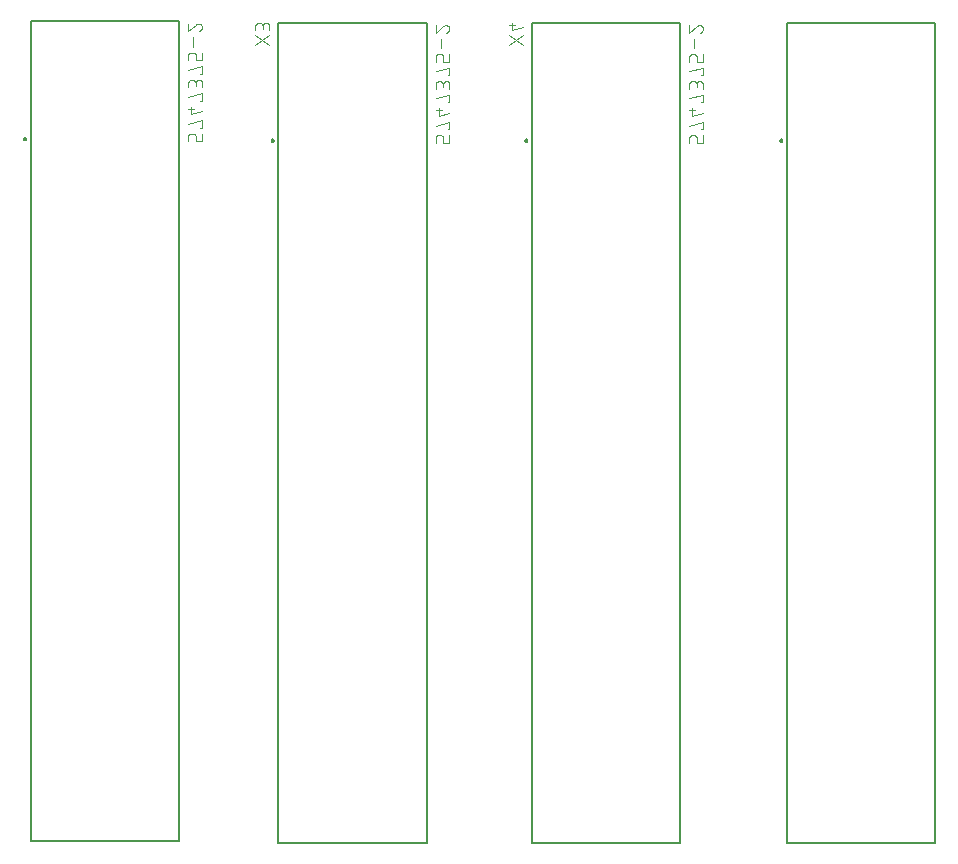
<source format=gbr>
G04 EAGLE Gerber RS-274X export*
G75*
%MOMM*%
%FSLAX34Y34*%
%LPD*%
%INSilkscreen Bottom*%
%IPPOS*%
%AMOC8*
5,1,8,0,0,1.08239X$1,22.5*%
G01*
%ADD10C,0.127000*%
%ADD11C,0.200000*%
%ADD12C,0.101600*%


D10*
X495820Y725460D02*
X370320Y725460D01*
X370320Y31460D01*
X495820Y31460D01*
X495820Y725460D01*
D11*
X364570Y625960D02*
X364572Y626023D01*
X364578Y626085D01*
X364588Y626147D01*
X364601Y626209D01*
X364619Y626269D01*
X364640Y626328D01*
X364665Y626386D01*
X364694Y626442D01*
X364726Y626496D01*
X364761Y626548D01*
X364799Y626597D01*
X364841Y626645D01*
X364885Y626689D01*
X364933Y626731D01*
X364982Y626769D01*
X365034Y626804D01*
X365088Y626836D01*
X365144Y626865D01*
X365202Y626890D01*
X365261Y626911D01*
X365321Y626929D01*
X365383Y626942D01*
X365445Y626952D01*
X365507Y626958D01*
X365570Y626960D01*
X365633Y626958D01*
X365695Y626952D01*
X365757Y626942D01*
X365819Y626929D01*
X365879Y626911D01*
X365938Y626890D01*
X365996Y626865D01*
X366052Y626836D01*
X366106Y626804D01*
X366158Y626769D01*
X366207Y626731D01*
X366255Y626689D01*
X366299Y626645D01*
X366341Y626597D01*
X366379Y626548D01*
X366414Y626496D01*
X366446Y626442D01*
X366475Y626386D01*
X366500Y626328D01*
X366521Y626269D01*
X366539Y626209D01*
X366552Y626147D01*
X366562Y626085D01*
X366568Y626023D01*
X366570Y625960D01*
X366568Y625897D01*
X366562Y625835D01*
X366552Y625773D01*
X366539Y625711D01*
X366521Y625651D01*
X366500Y625592D01*
X366475Y625534D01*
X366446Y625478D01*
X366414Y625424D01*
X366379Y625372D01*
X366341Y625323D01*
X366299Y625275D01*
X366255Y625231D01*
X366207Y625189D01*
X366158Y625151D01*
X366106Y625116D01*
X366052Y625084D01*
X365996Y625055D01*
X365938Y625030D01*
X365879Y625009D01*
X365819Y624991D01*
X365757Y624978D01*
X365695Y624968D01*
X365633Y624962D01*
X365570Y624960D01*
X365507Y624962D01*
X365445Y624968D01*
X365383Y624978D01*
X365321Y624991D01*
X365261Y625009D01*
X365202Y625030D01*
X365144Y625055D01*
X365088Y625084D01*
X365034Y625116D01*
X364982Y625151D01*
X364933Y625189D01*
X364885Y625231D01*
X364841Y625275D01*
X364799Y625323D01*
X364761Y625372D01*
X364726Y625424D01*
X364694Y625478D01*
X364665Y625534D01*
X364640Y625592D01*
X364619Y625651D01*
X364601Y625711D01*
X364588Y625773D01*
X364578Y625835D01*
X364572Y625897D01*
X364570Y625960D01*
D12*
X350825Y707093D02*
X362517Y714888D01*
X362517Y707093D02*
X350825Y714888D01*
X350825Y719180D02*
X350825Y722428D01*
X350824Y722428D02*
X350826Y722540D01*
X350832Y722652D01*
X350841Y722764D01*
X350855Y722875D01*
X350872Y722986D01*
X350893Y723096D01*
X350918Y723205D01*
X350947Y723314D01*
X350980Y723421D01*
X351016Y723527D01*
X351055Y723632D01*
X351099Y723735D01*
X351146Y723837D01*
X351196Y723937D01*
X351250Y724036D01*
X351307Y724132D01*
X351367Y724227D01*
X351431Y724319D01*
X351498Y724409D01*
X351568Y724497D01*
X351641Y724582D01*
X351717Y724664D01*
X351795Y724744D01*
X351877Y724822D01*
X351960Y724896D01*
X352047Y724967D01*
X352136Y725036D01*
X352227Y725101D01*
X352320Y725163D01*
X352416Y725222D01*
X352513Y725277D01*
X352612Y725330D01*
X352713Y725378D01*
X352816Y725423D01*
X352920Y725465D01*
X353026Y725503D01*
X353133Y725537D01*
X353240Y725568D01*
X353349Y725595D01*
X353459Y725618D01*
X353569Y725637D01*
X353680Y725652D01*
X353792Y725664D01*
X353904Y725672D01*
X354016Y725676D01*
X354128Y725676D01*
X354240Y725672D01*
X354352Y725664D01*
X354464Y725652D01*
X354575Y725637D01*
X354685Y725618D01*
X354795Y725595D01*
X354904Y725568D01*
X355011Y725537D01*
X355118Y725503D01*
X355224Y725465D01*
X355328Y725423D01*
X355431Y725378D01*
X355532Y725330D01*
X355631Y725277D01*
X355728Y725222D01*
X355824Y725163D01*
X355917Y725101D01*
X356008Y725036D01*
X356097Y724967D01*
X356184Y724896D01*
X356267Y724822D01*
X356349Y724744D01*
X356427Y724664D01*
X356503Y724582D01*
X356576Y724497D01*
X356646Y724409D01*
X356713Y724319D01*
X356777Y724227D01*
X356837Y724132D01*
X356894Y724036D01*
X356948Y723937D01*
X356998Y723837D01*
X357045Y723735D01*
X357089Y723632D01*
X357128Y723527D01*
X357164Y723421D01*
X357197Y723314D01*
X357226Y723205D01*
X357251Y723096D01*
X357272Y722986D01*
X357289Y722875D01*
X357303Y722764D01*
X357312Y722652D01*
X357318Y722540D01*
X357320Y722428D01*
X362517Y723078D02*
X362517Y719180D01*
X362517Y723078D02*
X362515Y723179D01*
X362509Y723279D01*
X362499Y723380D01*
X362486Y723479D01*
X362468Y723579D01*
X362447Y723677D01*
X362422Y723775D01*
X362393Y723871D01*
X362360Y723967D01*
X362324Y724061D01*
X362284Y724153D01*
X362241Y724244D01*
X362194Y724333D01*
X362143Y724420D01*
X362090Y724506D01*
X362033Y724589D01*
X361972Y724670D01*
X361909Y724748D01*
X361843Y724824D01*
X361774Y724897D01*
X361702Y724968D01*
X361627Y725035D01*
X361550Y725100D01*
X361470Y725162D01*
X361388Y725221D01*
X361304Y725276D01*
X361218Y725328D01*
X361130Y725377D01*
X361040Y725422D01*
X360948Y725464D01*
X360855Y725502D01*
X360760Y725536D01*
X360664Y725567D01*
X360567Y725594D01*
X360469Y725617D01*
X360370Y725637D01*
X360271Y725652D01*
X360171Y725664D01*
X360070Y725672D01*
X359969Y725676D01*
X359869Y725676D01*
X359768Y725672D01*
X359667Y725664D01*
X359567Y725652D01*
X359468Y725637D01*
X359369Y725617D01*
X359271Y725594D01*
X359174Y725567D01*
X359078Y725536D01*
X358983Y725502D01*
X358890Y725464D01*
X358798Y725422D01*
X358708Y725377D01*
X358620Y725328D01*
X358534Y725276D01*
X358450Y725221D01*
X358368Y725162D01*
X358288Y725100D01*
X358211Y725035D01*
X358136Y724968D01*
X358064Y724897D01*
X357995Y724824D01*
X357929Y724748D01*
X357866Y724670D01*
X357805Y724589D01*
X357748Y724506D01*
X357695Y724420D01*
X357644Y724333D01*
X357597Y724244D01*
X357554Y724153D01*
X357514Y724061D01*
X357478Y723967D01*
X357445Y723871D01*
X357416Y723775D01*
X357391Y723677D01*
X357370Y723579D01*
X357352Y723479D01*
X357339Y723380D01*
X357329Y723279D01*
X357323Y723179D01*
X357321Y723078D01*
X357320Y723078D02*
X357320Y720479D01*
X503508Y627856D02*
X503508Y623953D01*
X503508Y627856D02*
X503510Y627956D01*
X503516Y628055D01*
X503525Y628154D01*
X503538Y628253D01*
X503556Y628351D01*
X503576Y628449D01*
X503601Y628545D01*
X503629Y628641D01*
X503661Y628736D01*
X503697Y628829D01*
X503736Y628920D01*
X503778Y629011D01*
X503824Y629099D01*
X503873Y629186D01*
X503926Y629270D01*
X503982Y629353D01*
X504041Y629433D01*
X504103Y629512D01*
X504167Y629587D01*
X504235Y629660D01*
X504306Y629731D01*
X504379Y629799D01*
X504454Y629863D01*
X504533Y629925D01*
X504613Y629984D01*
X504696Y630040D01*
X504780Y630093D01*
X504867Y630142D01*
X504955Y630188D01*
X505046Y630230D01*
X505137Y630269D01*
X505230Y630305D01*
X505325Y630337D01*
X505421Y630365D01*
X505517Y630390D01*
X505615Y630410D01*
X505713Y630428D01*
X505812Y630441D01*
X505911Y630450D01*
X506010Y630456D01*
X506110Y630458D01*
X506110Y630457D02*
X507410Y630457D01*
X507410Y630458D02*
X507510Y630456D01*
X507609Y630450D01*
X507708Y630441D01*
X507807Y630428D01*
X507905Y630410D01*
X508003Y630390D01*
X508099Y630365D01*
X508195Y630337D01*
X508290Y630305D01*
X508383Y630269D01*
X508474Y630230D01*
X508565Y630188D01*
X508653Y630142D01*
X508740Y630093D01*
X508824Y630040D01*
X508907Y629984D01*
X508987Y629925D01*
X509066Y629863D01*
X509141Y629799D01*
X509214Y629731D01*
X509285Y629660D01*
X509353Y629587D01*
X509417Y629512D01*
X509479Y629433D01*
X509538Y629353D01*
X509594Y629270D01*
X509647Y629186D01*
X509696Y629099D01*
X509742Y629011D01*
X509784Y628920D01*
X509823Y628829D01*
X509859Y628736D01*
X509891Y628641D01*
X509919Y628545D01*
X509944Y628449D01*
X509964Y628351D01*
X509982Y628253D01*
X509995Y628154D01*
X510004Y628055D01*
X510010Y627956D01*
X510012Y627856D01*
X510012Y623953D01*
X515215Y623953D01*
X515215Y630457D01*
X515215Y635404D02*
X513915Y635404D01*
X515215Y635404D02*
X515215Y641909D01*
X503508Y638657D01*
X506110Y646856D02*
X515215Y649457D01*
X506110Y646856D02*
X506110Y653360D01*
X508711Y651409D02*
X503508Y651409D01*
X513915Y658307D02*
X515215Y658307D01*
X515215Y664811D01*
X503508Y661559D01*
X503508Y669758D02*
X503508Y673010D01*
X503510Y673122D01*
X503516Y673234D01*
X503525Y673346D01*
X503539Y673458D01*
X503556Y673569D01*
X503578Y673679D01*
X503602Y673788D01*
X503631Y673897D01*
X503664Y674004D01*
X503700Y674111D01*
X503740Y674215D01*
X503783Y674319D01*
X503830Y674421D01*
X503880Y674521D01*
X503934Y674620D01*
X503992Y674716D01*
X504052Y674811D01*
X504116Y674903D01*
X504183Y674993D01*
X504253Y675081D01*
X504326Y675166D01*
X504402Y675249D01*
X504480Y675329D01*
X504562Y675407D01*
X504646Y675481D01*
X504732Y675553D01*
X504821Y675621D01*
X504913Y675686D01*
X505006Y675749D01*
X505102Y675807D01*
X505199Y675863D01*
X505299Y675915D01*
X505400Y675964D01*
X505503Y676009D01*
X505607Y676051D01*
X505712Y676089D01*
X505819Y676123D01*
X505927Y676154D01*
X506036Y676180D01*
X506146Y676204D01*
X506257Y676223D01*
X506368Y676238D01*
X506480Y676250D01*
X506592Y676258D01*
X506704Y676262D01*
X506816Y676262D01*
X506928Y676258D01*
X507040Y676250D01*
X507152Y676238D01*
X507263Y676223D01*
X507374Y676204D01*
X507484Y676180D01*
X507593Y676154D01*
X507701Y676123D01*
X507808Y676089D01*
X507913Y676051D01*
X508017Y676009D01*
X508120Y675964D01*
X508221Y675915D01*
X508321Y675863D01*
X508418Y675807D01*
X508514Y675749D01*
X508607Y675686D01*
X508699Y675621D01*
X508788Y675553D01*
X508874Y675481D01*
X508958Y675407D01*
X509040Y675329D01*
X509118Y675249D01*
X509194Y675166D01*
X509267Y675081D01*
X509337Y674993D01*
X509404Y674903D01*
X509468Y674811D01*
X509528Y674716D01*
X509586Y674620D01*
X509640Y674521D01*
X509690Y674421D01*
X509737Y674319D01*
X509780Y674215D01*
X509820Y674111D01*
X509856Y674004D01*
X509889Y673897D01*
X509918Y673788D01*
X509942Y673679D01*
X509964Y673569D01*
X509981Y673458D01*
X509995Y673346D01*
X510004Y673234D01*
X510010Y673122D01*
X510012Y673010D01*
X515215Y673661D02*
X515215Y669758D01*
X515216Y673661D02*
X515214Y673762D01*
X515208Y673863D01*
X515198Y673963D01*
X515185Y674063D01*
X515167Y674162D01*
X515146Y674261D01*
X515121Y674359D01*
X515092Y674455D01*
X515059Y674551D01*
X515023Y674645D01*
X514983Y674738D01*
X514939Y674829D01*
X514892Y674918D01*
X514842Y675005D01*
X514788Y675091D01*
X514731Y675174D01*
X514671Y675255D01*
X514607Y675334D01*
X514541Y675410D01*
X514472Y675483D01*
X514400Y675554D01*
X514325Y675621D01*
X514248Y675686D01*
X514168Y675748D01*
X514086Y675807D01*
X514001Y675862D01*
X513915Y675914D01*
X513827Y675963D01*
X513736Y676008D01*
X513645Y676050D01*
X513551Y676088D01*
X513456Y676123D01*
X513360Y676154D01*
X513263Y676181D01*
X513165Y676204D01*
X513066Y676223D01*
X512966Y676239D01*
X512866Y676251D01*
X512765Y676259D01*
X512664Y676263D01*
X512564Y676263D01*
X512463Y676259D01*
X512362Y676251D01*
X512262Y676239D01*
X512162Y676223D01*
X512063Y676204D01*
X511965Y676181D01*
X511868Y676154D01*
X511772Y676123D01*
X511677Y676088D01*
X511583Y676050D01*
X511492Y676008D01*
X511401Y675963D01*
X511313Y675914D01*
X511227Y675862D01*
X511142Y675807D01*
X511060Y675748D01*
X510980Y675686D01*
X510903Y675621D01*
X510828Y675554D01*
X510756Y675483D01*
X510687Y675410D01*
X510621Y675334D01*
X510557Y675255D01*
X510497Y675174D01*
X510440Y675091D01*
X510386Y675005D01*
X510336Y674918D01*
X510289Y674829D01*
X510245Y674738D01*
X510205Y674645D01*
X510169Y674551D01*
X510136Y674455D01*
X510107Y674359D01*
X510082Y674261D01*
X510061Y674162D01*
X510043Y674063D01*
X510030Y673963D01*
X510020Y673863D01*
X510014Y673762D01*
X510012Y673661D01*
X510012Y671059D01*
X513915Y681209D02*
X515215Y681209D01*
X515215Y687714D01*
X503508Y684461D01*
X503508Y692661D02*
X503508Y696563D01*
X503510Y696663D01*
X503516Y696762D01*
X503525Y696861D01*
X503538Y696960D01*
X503556Y697058D01*
X503576Y697156D01*
X503601Y697252D01*
X503629Y697348D01*
X503661Y697443D01*
X503697Y697536D01*
X503736Y697627D01*
X503778Y697718D01*
X503824Y697806D01*
X503873Y697893D01*
X503926Y697977D01*
X503982Y698060D01*
X504041Y698140D01*
X504103Y698219D01*
X504167Y698294D01*
X504235Y698367D01*
X504306Y698438D01*
X504379Y698506D01*
X504454Y698570D01*
X504533Y698632D01*
X504613Y698691D01*
X504696Y698747D01*
X504780Y698800D01*
X504867Y698849D01*
X504955Y698895D01*
X505046Y698937D01*
X505137Y698976D01*
X505230Y699012D01*
X505325Y699044D01*
X505421Y699072D01*
X505517Y699097D01*
X505615Y699117D01*
X505713Y699135D01*
X505812Y699148D01*
X505911Y699157D01*
X506010Y699163D01*
X506110Y699165D01*
X507410Y699165D01*
X507510Y699163D01*
X507609Y699157D01*
X507708Y699148D01*
X507807Y699135D01*
X507905Y699117D01*
X508003Y699097D01*
X508099Y699072D01*
X508195Y699044D01*
X508290Y699012D01*
X508383Y698976D01*
X508474Y698937D01*
X508565Y698895D01*
X508653Y698849D01*
X508740Y698800D01*
X508824Y698747D01*
X508907Y698691D01*
X508987Y698632D01*
X509066Y698570D01*
X509141Y698506D01*
X509214Y698438D01*
X509285Y698367D01*
X509353Y698294D01*
X509417Y698219D01*
X509479Y698140D01*
X509538Y698060D01*
X509594Y697977D01*
X509647Y697893D01*
X509696Y697806D01*
X509742Y697718D01*
X509784Y697627D01*
X509823Y697536D01*
X509859Y697443D01*
X509891Y697348D01*
X509919Y697252D01*
X509944Y697156D01*
X509964Y697058D01*
X509982Y696960D01*
X509995Y696861D01*
X510004Y696762D01*
X510010Y696663D01*
X510012Y696563D01*
X510012Y692661D01*
X515215Y692661D01*
X515215Y699165D01*
X508061Y704225D02*
X508061Y712030D01*
X515216Y720667D02*
X515214Y720774D01*
X515208Y720881D01*
X515198Y720987D01*
X515185Y721093D01*
X515167Y721199D01*
X515146Y721303D01*
X515121Y721407D01*
X515092Y721510D01*
X515059Y721612D01*
X515023Y721713D01*
X514983Y721812D01*
X514939Y721909D01*
X514892Y722005D01*
X514841Y722100D01*
X514787Y722192D01*
X514730Y722282D01*
X514669Y722370D01*
X514606Y722456D01*
X514539Y722539D01*
X514469Y722620D01*
X514396Y722699D01*
X514321Y722774D01*
X514242Y722847D01*
X514161Y722917D01*
X514078Y722984D01*
X513992Y723047D01*
X513904Y723108D01*
X513814Y723165D01*
X513722Y723219D01*
X513627Y723270D01*
X513531Y723317D01*
X513434Y723361D01*
X513335Y723401D01*
X513234Y723437D01*
X513132Y723470D01*
X513029Y723499D01*
X512925Y723524D01*
X512821Y723545D01*
X512715Y723563D01*
X512609Y723576D01*
X512503Y723586D01*
X512396Y723592D01*
X512289Y723594D01*
X515215Y720667D02*
X515213Y720546D01*
X515207Y720425D01*
X515197Y720304D01*
X515184Y720183D01*
X515166Y720063D01*
X515145Y719944D01*
X515120Y719825D01*
X515091Y719708D01*
X515058Y719591D01*
X515021Y719475D01*
X514981Y719361D01*
X514937Y719248D01*
X514889Y719137D01*
X514838Y719027D01*
X514784Y718918D01*
X514726Y718812D01*
X514664Y718708D01*
X514599Y718605D01*
X514531Y718505D01*
X514460Y718407D01*
X514385Y718311D01*
X514308Y718218D01*
X514227Y718127D01*
X514144Y718039D01*
X514058Y717954D01*
X513969Y717871D01*
X513878Y717792D01*
X513784Y717715D01*
X513687Y717641D01*
X513589Y717571D01*
X513488Y717504D01*
X513385Y717440D01*
X513280Y717379D01*
X513173Y717322D01*
X513064Y717269D01*
X512954Y717219D01*
X512842Y717172D01*
X512728Y717129D01*
X512613Y717090D01*
X510012Y722618D02*
X510090Y722697D01*
X510170Y722773D01*
X510254Y722846D01*
X510339Y722916D01*
X510427Y722983D01*
X510518Y723047D01*
X510610Y723108D01*
X510705Y723166D01*
X510801Y723220D01*
X510900Y723270D01*
X511000Y723318D01*
X511102Y723361D01*
X511205Y723401D01*
X511309Y723437D01*
X511415Y723470D01*
X511522Y723499D01*
X511630Y723524D01*
X511738Y723545D01*
X511848Y723563D01*
X511958Y723576D01*
X512068Y723586D01*
X512178Y723592D01*
X512289Y723594D01*
X510012Y722618D02*
X503508Y717090D01*
X503508Y723594D01*
D10*
X584950Y725460D02*
X710450Y725460D01*
X584950Y725460D02*
X584950Y31460D01*
X710450Y31460D01*
X710450Y725460D01*
D11*
X579200Y625960D02*
X579202Y626023D01*
X579208Y626085D01*
X579218Y626147D01*
X579231Y626209D01*
X579249Y626269D01*
X579270Y626328D01*
X579295Y626386D01*
X579324Y626442D01*
X579356Y626496D01*
X579391Y626548D01*
X579429Y626597D01*
X579471Y626645D01*
X579515Y626689D01*
X579563Y626731D01*
X579612Y626769D01*
X579664Y626804D01*
X579718Y626836D01*
X579774Y626865D01*
X579832Y626890D01*
X579891Y626911D01*
X579951Y626929D01*
X580013Y626942D01*
X580075Y626952D01*
X580137Y626958D01*
X580200Y626960D01*
X580263Y626958D01*
X580325Y626952D01*
X580387Y626942D01*
X580449Y626929D01*
X580509Y626911D01*
X580568Y626890D01*
X580626Y626865D01*
X580682Y626836D01*
X580736Y626804D01*
X580788Y626769D01*
X580837Y626731D01*
X580885Y626689D01*
X580929Y626645D01*
X580971Y626597D01*
X581009Y626548D01*
X581044Y626496D01*
X581076Y626442D01*
X581105Y626386D01*
X581130Y626328D01*
X581151Y626269D01*
X581169Y626209D01*
X581182Y626147D01*
X581192Y626085D01*
X581198Y626023D01*
X581200Y625960D01*
X581198Y625897D01*
X581192Y625835D01*
X581182Y625773D01*
X581169Y625711D01*
X581151Y625651D01*
X581130Y625592D01*
X581105Y625534D01*
X581076Y625478D01*
X581044Y625424D01*
X581009Y625372D01*
X580971Y625323D01*
X580929Y625275D01*
X580885Y625231D01*
X580837Y625189D01*
X580788Y625151D01*
X580736Y625116D01*
X580682Y625084D01*
X580626Y625055D01*
X580568Y625030D01*
X580509Y625009D01*
X580449Y624991D01*
X580387Y624978D01*
X580325Y624968D01*
X580263Y624962D01*
X580200Y624960D01*
X580137Y624962D01*
X580075Y624968D01*
X580013Y624978D01*
X579951Y624991D01*
X579891Y625009D01*
X579832Y625030D01*
X579774Y625055D01*
X579718Y625084D01*
X579664Y625116D01*
X579612Y625151D01*
X579563Y625189D01*
X579515Y625231D01*
X579471Y625275D01*
X579429Y625323D01*
X579391Y625372D01*
X579356Y625424D01*
X579324Y625478D01*
X579295Y625534D01*
X579270Y625592D01*
X579249Y625651D01*
X579231Y625711D01*
X579218Y625773D01*
X579208Y625835D01*
X579202Y625897D01*
X579200Y625960D01*
D12*
X565455Y707093D02*
X577147Y714888D01*
X577147Y707093D02*
X565455Y714888D01*
X568053Y719180D02*
X577147Y721779D01*
X568053Y719180D02*
X568053Y725676D01*
X570651Y723727D02*
X565455Y723727D01*
X718138Y627856D02*
X718138Y623953D01*
X718138Y627856D02*
X718140Y627956D01*
X718146Y628055D01*
X718155Y628154D01*
X718168Y628253D01*
X718186Y628351D01*
X718206Y628449D01*
X718231Y628545D01*
X718259Y628641D01*
X718291Y628736D01*
X718327Y628829D01*
X718366Y628920D01*
X718408Y629011D01*
X718454Y629099D01*
X718503Y629186D01*
X718556Y629270D01*
X718612Y629353D01*
X718671Y629433D01*
X718733Y629512D01*
X718797Y629587D01*
X718865Y629660D01*
X718936Y629731D01*
X719009Y629799D01*
X719084Y629863D01*
X719163Y629925D01*
X719243Y629984D01*
X719326Y630040D01*
X719410Y630093D01*
X719497Y630142D01*
X719585Y630188D01*
X719676Y630230D01*
X719767Y630269D01*
X719860Y630305D01*
X719955Y630337D01*
X720051Y630365D01*
X720147Y630390D01*
X720245Y630410D01*
X720343Y630428D01*
X720442Y630441D01*
X720541Y630450D01*
X720640Y630456D01*
X720740Y630458D01*
X720740Y630457D02*
X722040Y630457D01*
X722040Y630458D02*
X722140Y630456D01*
X722239Y630450D01*
X722338Y630441D01*
X722437Y630428D01*
X722535Y630410D01*
X722633Y630390D01*
X722729Y630365D01*
X722825Y630337D01*
X722920Y630305D01*
X723013Y630269D01*
X723104Y630230D01*
X723195Y630188D01*
X723283Y630142D01*
X723370Y630093D01*
X723454Y630040D01*
X723537Y629984D01*
X723617Y629925D01*
X723696Y629863D01*
X723771Y629799D01*
X723844Y629731D01*
X723915Y629660D01*
X723983Y629587D01*
X724047Y629512D01*
X724109Y629433D01*
X724168Y629353D01*
X724224Y629270D01*
X724277Y629186D01*
X724326Y629099D01*
X724372Y629011D01*
X724414Y628920D01*
X724453Y628829D01*
X724489Y628736D01*
X724521Y628641D01*
X724549Y628545D01*
X724574Y628449D01*
X724594Y628351D01*
X724612Y628253D01*
X724625Y628154D01*
X724634Y628055D01*
X724640Y627956D01*
X724642Y627856D01*
X724642Y623953D01*
X729845Y623953D01*
X729845Y630457D01*
X729845Y635404D02*
X728545Y635404D01*
X729845Y635404D02*
X729845Y641909D01*
X718138Y638657D01*
X720740Y646856D02*
X729845Y649457D01*
X720740Y646856D02*
X720740Y653360D01*
X723341Y651409D02*
X718138Y651409D01*
X728545Y658307D02*
X729845Y658307D01*
X729845Y664811D01*
X718138Y661559D01*
X718138Y669758D02*
X718138Y673010D01*
X718140Y673122D01*
X718146Y673234D01*
X718155Y673346D01*
X718169Y673458D01*
X718186Y673569D01*
X718208Y673679D01*
X718232Y673788D01*
X718261Y673897D01*
X718294Y674004D01*
X718330Y674111D01*
X718370Y674215D01*
X718413Y674319D01*
X718460Y674421D01*
X718510Y674521D01*
X718564Y674620D01*
X718622Y674716D01*
X718682Y674811D01*
X718746Y674903D01*
X718813Y674993D01*
X718883Y675081D01*
X718956Y675166D01*
X719032Y675249D01*
X719110Y675329D01*
X719192Y675407D01*
X719276Y675481D01*
X719362Y675553D01*
X719451Y675621D01*
X719543Y675686D01*
X719636Y675749D01*
X719732Y675807D01*
X719829Y675863D01*
X719929Y675915D01*
X720030Y675964D01*
X720133Y676009D01*
X720237Y676051D01*
X720342Y676089D01*
X720449Y676123D01*
X720557Y676154D01*
X720666Y676180D01*
X720776Y676204D01*
X720887Y676223D01*
X720998Y676238D01*
X721110Y676250D01*
X721222Y676258D01*
X721334Y676262D01*
X721446Y676262D01*
X721558Y676258D01*
X721670Y676250D01*
X721782Y676238D01*
X721893Y676223D01*
X722004Y676204D01*
X722114Y676180D01*
X722223Y676154D01*
X722331Y676123D01*
X722438Y676089D01*
X722543Y676051D01*
X722647Y676009D01*
X722750Y675964D01*
X722851Y675915D01*
X722951Y675863D01*
X723048Y675807D01*
X723144Y675749D01*
X723237Y675686D01*
X723329Y675621D01*
X723418Y675553D01*
X723504Y675481D01*
X723588Y675407D01*
X723670Y675329D01*
X723748Y675249D01*
X723824Y675166D01*
X723897Y675081D01*
X723967Y674993D01*
X724034Y674903D01*
X724098Y674811D01*
X724158Y674716D01*
X724216Y674620D01*
X724270Y674521D01*
X724320Y674421D01*
X724367Y674319D01*
X724410Y674215D01*
X724450Y674111D01*
X724486Y674004D01*
X724519Y673897D01*
X724548Y673788D01*
X724572Y673679D01*
X724594Y673569D01*
X724611Y673458D01*
X724625Y673346D01*
X724634Y673234D01*
X724640Y673122D01*
X724642Y673010D01*
X729845Y673661D02*
X729845Y669758D01*
X729846Y673661D02*
X729844Y673762D01*
X729838Y673863D01*
X729828Y673963D01*
X729815Y674063D01*
X729797Y674162D01*
X729776Y674261D01*
X729751Y674359D01*
X729722Y674455D01*
X729689Y674551D01*
X729653Y674645D01*
X729613Y674738D01*
X729569Y674829D01*
X729522Y674918D01*
X729472Y675005D01*
X729418Y675091D01*
X729361Y675174D01*
X729301Y675255D01*
X729237Y675334D01*
X729171Y675410D01*
X729102Y675483D01*
X729030Y675554D01*
X728955Y675621D01*
X728878Y675686D01*
X728798Y675748D01*
X728716Y675807D01*
X728631Y675862D01*
X728545Y675914D01*
X728457Y675963D01*
X728366Y676008D01*
X728275Y676050D01*
X728181Y676088D01*
X728086Y676123D01*
X727990Y676154D01*
X727893Y676181D01*
X727795Y676204D01*
X727696Y676223D01*
X727596Y676239D01*
X727496Y676251D01*
X727395Y676259D01*
X727294Y676263D01*
X727194Y676263D01*
X727093Y676259D01*
X726992Y676251D01*
X726892Y676239D01*
X726792Y676223D01*
X726693Y676204D01*
X726595Y676181D01*
X726498Y676154D01*
X726402Y676123D01*
X726307Y676088D01*
X726213Y676050D01*
X726122Y676008D01*
X726031Y675963D01*
X725943Y675914D01*
X725857Y675862D01*
X725772Y675807D01*
X725690Y675748D01*
X725610Y675686D01*
X725533Y675621D01*
X725458Y675554D01*
X725386Y675483D01*
X725317Y675410D01*
X725251Y675334D01*
X725187Y675255D01*
X725127Y675174D01*
X725070Y675091D01*
X725016Y675005D01*
X724966Y674918D01*
X724919Y674829D01*
X724875Y674738D01*
X724835Y674645D01*
X724799Y674551D01*
X724766Y674455D01*
X724737Y674359D01*
X724712Y674261D01*
X724691Y674162D01*
X724673Y674063D01*
X724660Y673963D01*
X724650Y673863D01*
X724644Y673762D01*
X724642Y673661D01*
X724642Y671059D01*
X728545Y681209D02*
X729845Y681209D01*
X729845Y687714D01*
X718138Y684461D01*
X718138Y692661D02*
X718138Y696563D01*
X718140Y696663D01*
X718146Y696762D01*
X718155Y696861D01*
X718168Y696960D01*
X718186Y697058D01*
X718206Y697156D01*
X718231Y697252D01*
X718259Y697348D01*
X718291Y697443D01*
X718327Y697536D01*
X718366Y697627D01*
X718408Y697718D01*
X718454Y697806D01*
X718503Y697893D01*
X718556Y697977D01*
X718612Y698060D01*
X718671Y698140D01*
X718733Y698219D01*
X718797Y698294D01*
X718865Y698367D01*
X718936Y698438D01*
X719009Y698506D01*
X719084Y698570D01*
X719163Y698632D01*
X719243Y698691D01*
X719326Y698747D01*
X719410Y698800D01*
X719497Y698849D01*
X719585Y698895D01*
X719676Y698937D01*
X719767Y698976D01*
X719860Y699012D01*
X719955Y699044D01*
X720051Y699072D01*
X720147Y699097D01*
X720245Y699117D01*
X720343Y699135D01*
X720442Y699148D01*
X720541Y699157D01*
X720640Y699163D01*
X720740Y699165D01*
X722040Y699165D01*
X722140Y699163D01*
X722239Y699157D01*
X722338Y699148D01*
X722437Y699135D01*
X722535Y699117D01*
X722633Y699097D01*
X722729Y699072D01*
X722825Y699044D01*
X722920Y699012D01*
X723013Y698976D01*
X723104Y698937D01*
X723195Y698895D01*
X723283Y698849D01*
X723370Y698800D01*
X723454Y698747D01*
X723537Y698691D01*
X723617Y698632D01*
X723696Y698570D01*
X723771Y698506D01*
X723844Y698438D01*
X723915Y698367D01*
X723983Y698294D01*
X724047Y698219D01*
X724109Y698140D01*
X724168Y698060D01*
X724224Y697977D01*
X724277Y697893D01*
X724326Y697806D01*
X724372Y697718D01*
X724414Y697627D01*
X724453Y697536D01*
X724489Y697443D01*
X724521Y697348D01*
X724549Y697252D01*
X724574Y697156D01*
X724594Y697058D01*
X724612Y696960D01*
X724625Y696861D01*
X724634Y696762D01*
X724640Y696663D01*
X724642Y696563D01*
X724642Y692661D01*
X729845Y692661D01*
X729845Y699165D01*
X722691Y704225D02*
X722691Y712030D01*
X729846Y720667D02*
X729844Y720774D01*
X729838Y720881D01*
X729828Y720987D01*
X729815Y721093D01*
X729797Y721199D01*
X729776Y721303D01*
X729751Y721407D01*
X729722Y721510D01*
X729689Y721612D01*
X729653Y721713D01*
X729613Y721812D01*
X729569Y721909D01*
X729522Y722005D01*
X729471Y722100D01*
X729417Y722192D01*
X729360Y722282D01*
X729299Y722370D01*
X729236Y722456D01*
X729169Y722539D01*
X729099Y722620D01*
X729026Y722699D01*
X728951Y722774D01*
X728872Y722847D01*
X728791Y722917D01*
X728708Y722984D01*
X728622Y723047D01*
X728534Y723108D01*
X728444Y723165D01*
X728352Y723219D01*
X728257Y723270D01*
X728161Y723317D01*
X728064Y723361D01*
X727965Y723401D01*
X727864Y723437D01*
X727762Y723470D01*
X727659Y723499D01*
X727555Y723524D01*
X727451Y723545D01*
X727345Y723563D01*
X727239Y723576D01*
X727133Y723586D01*
X727026Y723592D01*
X726919Y723594D01*
X729845Y720667D02*
X729843Y720546D01*
X729837Y720425D01*
X729827Y720304D01*
X729814Y720183D01*
X729796Y720063D01*
X729775Y719944D01*
X729750Y719825D01*
X729721Y719708D01*
X729688Y719591D01*
X729651Y719475D01*
X729611Y719361D01*
X729567Y719248D01*
X729519Y719137D01*
X729468Y719027D01*
X729414Y718918D01*
X729356Y718812D01*
X729294Y718708D01*
X729229Y718605D01*
X729161Y718505D01*
X729090Y718407D01*
X729015Y718311D01*
X728938Y718218D01*
X728857Y718127D01*
X728774Y718039D01*
X728688Y717954D01*
X728599Y717871D01*
X728508Y717792D01*
X728414Y717715D01*
X728317Y717641D01*
X728219Y717571D01*
X728118Y717504D01*
X728015Y717440D01*
X727910Y717379D01*
X727803Y717322D01*
X727694Y717269D01*
X727584Y717219D01*
X727472Y717172D01*
X727358Y717129D01*
X727243Y717090D01*
X724642Y722618D02*
X724720Y722697D01*
X724800Y722773D01*
X724884Y722846D01*
X724969Y722916D01*
X725057Y722983D01*
X725148Y723047D01*
X725240Y723108D01*
X725335Y723166D01*
X725431Y723220D01*
X725530Y723270D01*
X725630Y723318D01*
X725732Y723361D01*
X725835Y723401D01*
X725939Y723437D01*
X726045Y723470D01*
X726152Y723499D01*
X726260Y723524D01*
X726368Y723545D01*
X726478Y723563D01*
X726588Y723576D01*
X726698Y723586D01*
X726808Y723592D01*
X726919Y723594D01*
X724642Y722618D02*
X718138Y717090D01*
X718138Y723594D01*
D10*
X286270Y726730D02*
X160770Y726730D01*
X160770Y32730D01*
X286270Y32730D01*
X286270Y726730D01*
D11*
X155020Y627230D02*
X155022Y627293D01*
X155028Y627355D01*
X155038Y627417D01*
X155051Y627479D01*
X155069Y627539D01*
X155090Y627598D01*
X155115Y627656D01*
X155144Y627712D01*
X155176Y627766D01*
X155211Y627818D01*
X155249Y627867D01*
X155291Y627915D01*
X155335Y627959D01*
X155383Y628001D01*
X155432Y628039D01*
X155484Y628074D01*
X155538Y628106D01*
X155594Y628135D01*
X155652Y628160D01*
X155711Y628181D01*
X155771Y628199D01*
X155833Y628212D01*
X155895Y628222D01*
X155957Y628228D01*
X156020Y628230D01*
X156083Y628228D01*
X156145Y628222D01*
X156207Y628212D01*
X156269Y628199D01*
X156329Y628181D01*
X156388Y628160D01*
X156446Y628135D01*
X156502Y628106D01*
X156556Y628074D01*
X156608Y628039D01*
X156657Y628001D01*
X156705Y627959D01*
X156749Y627915D01*
X156791Y627867D01*
X156829Y627818D01*
X156864Y627766D01*
X156896Y627712D01*
X156925Y627656D01*
X156950Y627598D01*
X156971Y627539D01*
X156989Y627479D01*
X157002Y627417D01*
X157012Y627355D01*
X157018Y627293D01*
X157020Y627230D01*
X157018Y627167D01*
X157012Y627105D01*
X157002Y627043D01*
X156989Y626981D01*
X156971Y626921D01*
X156950Y626862D01*
X156925Y626804D01*
X156896Y626748D01*
X156864Y626694D01*
X156829Y626642D01*
X156791Y626593D01*
X156749Y626545D01*
X156705Y626501D01*
X156657Y626459D01*
X156608Y626421D01*
X156556Y626386D01*
X156502Y626354D01*
X156446Y626325D01*
X156388Y626300D01*
X156329Y626279D01*
X156269Y626261D01*
X156207Y626248D01*
X156145Y626238D01*
X156083Y626232D01*
X156020Y626230D01*
X155957Y626232D01*
X155895Y626238D01*
X155833Y626248D01*
X155771Y626261D01*
X155711Y626279D01*
X155652Y626300D01*
X155594Y626325D01*
X155538Y626354D01*
X155484Y626386D01*
X155432Y626421D01*
X155383Y626459D01*
X155335Y626501D01*
X155291Y626545D01*
X155249Y626593D01*
X155211Y626642D01*
X155176Y626694D01*
X155144Y626748D01*
X155115Y626804D01*
X155090Y626862D01*
X155069Y626921D01*
X155051Y626981D01*
X155038Y627043D01*
X155028Y627105D01*
X155022Y627167D01*
X155020Y627230D01*
D12*
X293958Y629126D02*
X293958Y625223D01*
X293958Y629126D02*
X293960Y629226D01*
X293966Y629325D01*
X293975Y629424D01*
X293988Y629523D01*
X294006Y629621D01*
X294026Y629719D01*
X294051Y629815D01*
X294079Y629911D01*
X294111Y630006D01*
X294147Y630099D01*
X294186Y630190D01*
X294228Y630281D01*
X294274Y630369D01*
X294323Y630456D01*
X294376Y630540D01*
X294432Y630623D01*
X294491Y630703D01*
X294553Y630782D01*
X294617Y630857D01*
X294685Y630930D01*
X294756Y631001D01*
X294829Y631069D01*
X294904Y631133D01*
X294983Y631195D01*
X295063Y631254D01*
X295146Y631310D01*
X295230Y631363D01*
X295317Y631412D01*
X295405Y631458D01*
X295496Y631500D01*
X295587Y631539D01*
X295680Y631575D01*
X295775Y631607D01*
X295871Y631635D01*
X295967Y631660D01*
X296065Y631680D01*
X296163Y631698D01*
X296262Y631711D01*
X296361Y631720D01*
X296460Y631726D01*
X296560Y631728D01*
X296560Y631727D02*
X297860Y631727D01*
X297860Y631728D02*
X297960Y631726D01*
X298059Y631720D01*
X298158Y631711D01*
X298257Y631698D01*
X298355Y631680D01*
X298453Y631660D01*
X298549Y631635D01*
X298645Y631607D01*
X298740Y631575D01*
X298833Y631539D01*
X298924Y631500D01*
X299015Y631458D01*
X299103Y631412D01*
X299190Y631363D01*
X299274Y631310D01*
X299357Y631254D01*
X299437Y631195D01*
X299516Y631133D01*
X299591Y631069D01*
X299664Y631001D01*
X299735Y630930D01*
X299803Y630857D01*
X299867Y630782D01*
X299929Y630703D01*
X299988Y630623D01*
X300044Y630540D01*
X300097Y630456D01*
X300146Y630369D01*
X300192Y630281D01*
X300234Y630190D01*
X300273Y630099D01*
X300309Y630006D01*
X300341Y629911D01*
X300369Y629815D01*
X300394Y629719D01*
X300414Y629621D01*
X300432Y629523D01*
X300445Y629424D01*
X300454Y629325D01*
X300460Y629226D01*
X300462Y629126D01*
X300462Y625223D01*
X305665Y625223D01*
X305665Y631727D01*
X305665Y636674D02*
X304365Y636674D01*
X305665Y636674D02*
X305665Y643179D01*
X293958Y639927D01*
X296560Y648126D02*
X305665Y650727D01*
X296560Y648126D02*
X296560Y654630D01*
X299161Y652679D02*
X293958Y652679D01*
X304365Y659577D02*
X305665Y659577D01*
X305665Y666081D01*
X293958Y662829D01*
X293958Y671028D02*
X293958Y674280D01*
X293960Y674392D01*
X293966Y674504D01*
X293975Y674616D01*
X293989Y674728D01*
X294006Y674839D01*
X294028Y674949D01*
X294052Y675058D01*
X294081Y675167D01*
X294114Y675274D01*
X294150Y675381D01*
X294190Y675485D01*
X294233Y675589D01*
X294280Y675691D01*
X294330Y675791D01*
X294384Y675890D01*
X294442Y675986D01*
X294502Y676081D01*
X294566Y676173D01*
X294633Y676263D01*
X294703Y676351D01*
X294776Y676436D01*
X294852Y676519D01*
X294930Y676599D01*
X295012Y676677D01*
X295096Y676751D01*
X295182Y676823D01*
X295271Y676891D01*
X295363Y676956D01*
X295456Y677019D01*
X295552Y677077D01*
X295649Y677133D01*
X295749Y677185D01*
X295850Y677234D01*
X295953Y677279D01*
X296057Y677321D01*
X296162Y677359D01*
X296269Y677393D01*
X296377Y677424D01*
X296486Y677450D01*
X296596Y677474D01*
X296707Y677493D01*
X296818Y677508D01*
X296930Y677520D01*
X297042Y677528D01*
X297154Y677532D01*
X297266Y677532D01*
X297378Y677528D01*
X297490Y677520D01*
X297602Y677508D01*
X297713Y677493D01*
X297824Y677474D01*
X297934Y677450D01*
X298043Y677424D01*
X298151Y677393D01*
X298258Y677359D01*
X298363Y677321D01*
X298467Y677279D01*
X298570Y677234D01*
X298671Y677185D01*
X298771Y677133D01*
X298868Y677077D01*
X298964Y677019D01*
X299057Y676956D01*
X299149Y676891D01*
X299238Y676823D01*
X299324Y676751D01*
X299408Y676677D01*
X299490Y676599D01*
X299568Y676519D01*
X299644Y676436D01*
X299717Y676351D01*
X299787Y676263D01*
X299854Y676173D01*
X299918Y676081D01*
X299978Y675986D01*
X300036Y675890D01*
X300090Y675791D01*
X300140Y675691D01*
X300187Y675589D01*
X300230Y675485D01*
X300270Y675381D01*
X300306Y675274D01*
X300339Y675167D01*
X300368Y675058D01*
X300392Y674949D01*
X300414Y674839D01*
X300431Y674728D01*
X300445Y674616D01*
X300454Y674504D01*
X300460Y674392D01*
X300462Y674280D01*
X305665Y674931D02*
X305665Y671028D01*
X305666Y674931D02*
X305664Y675032D01*
X305658Y675133D01*
X305648Y675233D01*
X305635Y675333D01*
X305617Y675432D01*
X305596Y675531D01*
X305571Y675629D01*
X305542Y675725D01*
X305509Y675821D01*
X305473Y675915D01*
X305433Y676008D01*
X305389Y676099D01*
X305342Y676188D01*
X305292Y676275D01*
X305238Y676361D01*
X305181Y676444D01*
X305121Y676525D01*
X305057Y676604D01*
X304991Y676680D01*
X304922Y676753D01*
X304850Y676824D01*
X304775Y676891D01*
X304698Y676956D01*
X304618Y677018D01*
X304536Y677077D01*
X304451Y677132D01*
X304365Y677184D01*
X304277Y677233D01*
X304186Y677278D01*
X304095Y677320D01*
X304001Y677358D01*
X303906Y677393D01*
X303810Y677424D01*
X303713Y677451D01*
X303615Y677474D01*
X303516Y677493D01*
X303416Y677509D01*
X303316Y677521D01*
X303215Y677529D01*
X303114Y677533D01*
X303014Y677533D01*
X302913Y677529D01*
X302812Y677521D01*
X302712Y677509D01*
X302612Y677493D01*
X302513Y677474D01*
X302415Y677451D01*
X302318Y677424D01*
X302222Y677393D01*
X302127Y677358D01*
X302033Y677320D01*
X301942Y677278D01*
X301851Y677233D01*
X301763Y677184D01*
X301677Y677132D01*
X301592Y677077D01*
X301510Y677018D01*
X301430Y676956D01*
X301353Y676891D01*
X301278Y676824D01*
X301206Y676753D01*
X301137Y676680D01*
X301071Y676604D01*
X301007Y676525D01*
X300947Y676444D01*
X300890Y676361D01*
X300836Y676275D01*
X300786Y676188D01*
X300739Y676099D01*
X300695Y676008D01*
X300655Y675915D01*
X300619Y675821D01*
X300586Y675725D01*
X300557Y675629D01*
X300532Y675531D01*
X300511Y675432D01*
X300493Y675333D01*
X300480Y675233D01*
X300470Y675133D01*
X300464Y675032D01*
X300462Y674931D01*
X300462Y672329D01*
X304365Y682479D02*
X305665Y682479D01*
X305665Y688984D01*
X293958Y685731D01*
X293958Y693931D02*
X293958Y697833D01*
X293960Y697933D01*
X293966Y698032D01*
X293975Y698131D01*
X293988Y698230D01*
X294006Y698328D01*
X294026Y698426D01*
X294051Y698522D01*
X294079Y698618D01*
X294111Y698713D01*
X294147Y698806D01*
X294186Y698897D01*
X294228Y698988D01*
X294274Y699076D01*
X294323Y699163D01*
X294376Y699247D01*
X294432Y699330D01*
X294491Y699410D01*
X294553Y699489D01*
X294617Y699564D01*
X294685Y699637D01*
X294756Y699708D01*
X294829Y699776D01*
X294904Y699840D01*
X294983Y699902D01*
X295063Y699961D01*
X295146Y700017D01*
X295230Y700070D01*
X295317Y700119D01*
X295405Y700165D01*
X295496Y700207D01*
X295587Y700246D01*
X295680Y700282D01*
X295775Y700314D01*
X295871Y700342D01*
X295967Y700367D01*
X296065Y700387D01*
X296163Y700405D01*
X296262Y700418D01*
X296361Y700427D01*
X296460Y700433D01*
X296560Y700435D01*
X297860Y700435D01*
X297960Y700433D01*
X298059Y700427D01*
X298158Y700418D01*
X298257Y700405D01*
X298355Y700387D01*
X298453Y700367D01*
X298549Y700342D01*
X298645Y700314D01*
X298740Y700282D01*
X298833Y700246D01*
X298924Y700207D01*
X299015Y700165D01*
X299103Y700119D01*
X299190Y700070D01*
X299274Y700017D01*
X299357Y699961D01*
X299437Y699902D01*
X299516Y699840D01*
X299591Y699776D01*
X299664Y699708D01*
X299735Y699637D01*
X299803Y699564D01*
X299867Y699489D01*
X299929Y699410D01*
X299988Y699330D01*
X300044Y699247D01*
X300097Y699163D01*
X300146Y699076D01*
X300192Y698988D01*
X300234Y698897D01*
X300273Y698806D01*
X300309Y698713D01*
X300341Y698618D01*
X300369Y698522D01*
X300394Y698426D01*
X300414Y698328D01*
X300432Y698230D01*
X300445Y698131D01*
X300454Y698032D01*
X300460Y697933D01*
X300462Y697833D01*
X300462Y693931D01*
X305665Y693931D01*
X305665Y700435D01*
X298511Y705495D02*
X298511Y713300D01*
X305666Y721937D02*
X305664Y722044D01*
X305658Y722151D01*
X305648Y722257D01*
X305635Y722363D01*
X305617Y722469D01*
X305596Y722573D01*
X305571Y722677D01*
X305542Y722780D01*
X305509Y722882D01*
X305473Y722983D01*
X305433Y723082D01*
X305389Y723179D01*
X305342Y723275D01*
X305291Y723370D01*
X305237Y723462D01*
X305180Y723552D01*
X305119Y723640D01*
X305056Y723726D01*
X304989Y723809D01*
X304919Y723890D01*
X304846Y723969D01*
X304771Y724044D01*
X304692Y724117D01*
X304611Y724187D01*
X304528Y724254D01*
X304442Y724317D01*
X304354Y724378D01*
X304264Y724435D01*
X304172Y724489D01*
X304077Y724540D01*
X303981Y724587D01*
X303884Y724631D01*
X303785Y724671D01*
X303684Y724707D01*
X303582Y724740D01*
X303479Y724769D01*
X303375Y724794D01*
X303271Y724815D01*
X303165Y724833D01*
X303059Y724846D01*
X302953Y724856D01*
X302846Y724862D01*
X302739Y724864D01*
X305665Y721937D02*
X305663Y721816D01*
X305657Y721695D01*
X305647Y721574D01*
X305634Y721453D01*
X305616Y721333D01*
X305595Y721214D01*
X305570Y721095D01*
X305541Y720978D01*
X305508Y720861D01*
X305471Y720745D01*
X305431Y720631D01*
X305387Y720518D01*
X305339Y720407D01*
X305288Y720297D01*
X305234Y720188D01*
X305176Y720082D01*
X305114Y719978D01*
X305049Y719875D01*
X304981Y719775D01*
X304910Y719677D01*
X304835Y719581D01*
X304758Y719488D01*
X304677Y719397D01*
X304594Y719309D01*
X304508Y719224D01*
X304419Y719141D01*
X304328Y719062D01*
X304234Y718985D01*
X304137Y718911D01*
X304039Y718841D01*
X303938Y718774D01*
X303835Y718710D01*
X303730Y718649D01*
X303623Y718592D01*
X303514Y718539D01*
X303404Y718489D01*
X303292Y718442D01*
X303178Y718399D01*
X303063Y718360D01*
X300462Y723888D02*
X300540Y723967D01*
X300620Y724043D01*
X300704Y724116D01*
X300789Y724186D01*
X300877Y724253D01*
X300968Y724317D01*
X301060Y724378D01*
X301155Y724436D01*
X301251Y724490D01*
X301350Y724540D01*
X301450Y724588D01*
X301552Y724631D01*
X301655Y724671D01*
X301759Y724707D01*
X301865Y724740D01*
X301972Y724769D01*
X302080Y724794D01*
X302188Y724815D01*
X302298Y724833D01*
X302408Y724846D01*
X302518Y724856D01*
X302628Y724862D01*
X302739Y724864D01*
X300462Y723888D02*
X293958Y718360D01*
X293958Y724864D01*
D10*
X800850Y725460D02*
X926350Y725460D01*
X800850Y725460D02*
X800850Y31460D01*
X926350Y31460D01*
X926350Y725460D01*
D11*
X795100Y625960D02*
X795102Y626023D01*
X795108Y626085D01*
X795118Y626147D01*
X795131Y626209D01*
X795149Y626269D01*
X795170Y626328D01*
X795195Y626386D01*
X795224Y626442D01*
X795256Y626496D01*
X795291Y626548D01*
X795329Y626597D01*
X795371Y626645D01*
X795415Y626689D01*
X795463Y626731D01*
X795512Y626769D01*
X795564Y626804D01*
X795618Y626836D01*
X795674Y626865D01*
X795732Y626890D01*
X795791Y626911D01*
X795851Y626929D01*
X795913Y626942D01*
X795975Y626952D01*
X796037Y626958D01*
X796100Y626960D01*
X796163Y626958D01*
X796225Y626952D01*
X796287Y626942D01*
X796349Y626929D01*
X796409Y626911D01*
X796468Y626890D01*
X796526Y626865D01*
X796582Y626836D01*
X796636Y626804D01*
X796688Y626769D01*
X796737Y626731D01*
X796785Y626689D01*
X796829Y626645D01*
X796871Y626597D01*
X796909Y626548D01*
X796944Y626496D01*
X796976Y626442D01*
X797005Y626386D01*
X797030Y626328D01*
X797051Y626269D01*
X797069Y626209D01*
X797082Y626147D01*
X797092Y626085D01*
X797098Y626023D01*
X797100Y625960D01*
X797098Y625897D01*
X797092Y625835D01*
X797082Y625773D01*
X797069Y625711D01*
X797051Y625651D01*
X797030Y625592D01*
X797005Y625534D01*
X796976Y625478D01*
X796944Y625424D01*
X796909Y625372D01*
X796871Y625323D01*
X796829Y625275D01*
X796785Y625231D01*
X796737Y625189D01*
X796688Y625151D01*
X796636Y625116D01*
X796582Y625084D01*
X796526Y625055D01*
X796468Y625030D01*
X796409Y625009D01*
X796349Y624991D01*
X796287Y624978D01*
X796225Y624968D01*
X796163Y624962D01*
X796100Y624960D01*
X796037Y624962D01*
X795975Y624968D01*
X795913Y624978D01*
X795851Y624991D01*
X795791Y625009D01*
X795732Y625030D01*
X795674Y625055D01*
X795618Y625084D01*
X795564Y625116D01*
X795512Y625151D01*
X795463Y625189D01*
X795415Y625231D01*
X795371Y625275D01*
X795329Y625323D01*
X795291Y625372D01*
X795256Y625424D01*
X795224Y625478D01*
X795195Y625534D01*
X795170Y625592D01*
X795149Y625651D01*
X795131Y625711D01*
X795118Y625773D01*
X795108Y625835D01*
X795102Y625897D01*
X795100Y625960D01*
M02*

</source>
